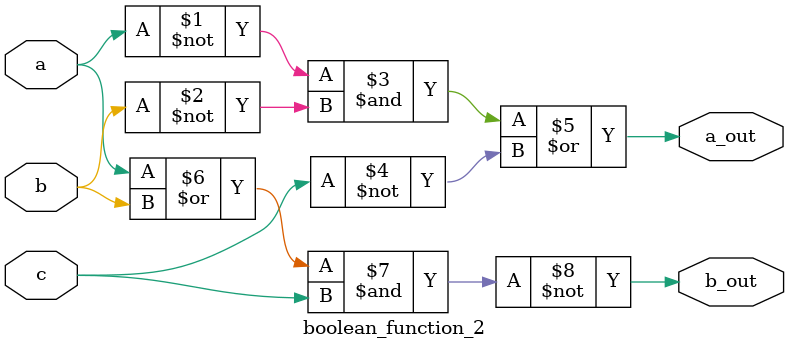
<source format=v>
`timescale 1ns / 1ps

module boolean_function_2(a, b, c, a_out, b_out);
    input a, b, c;
    output a_out, b_out;
    
    assign a_out = (~a & ~b) | ~c;
    assign b_out = ~((a | b) & c);

endmodule

</source>
